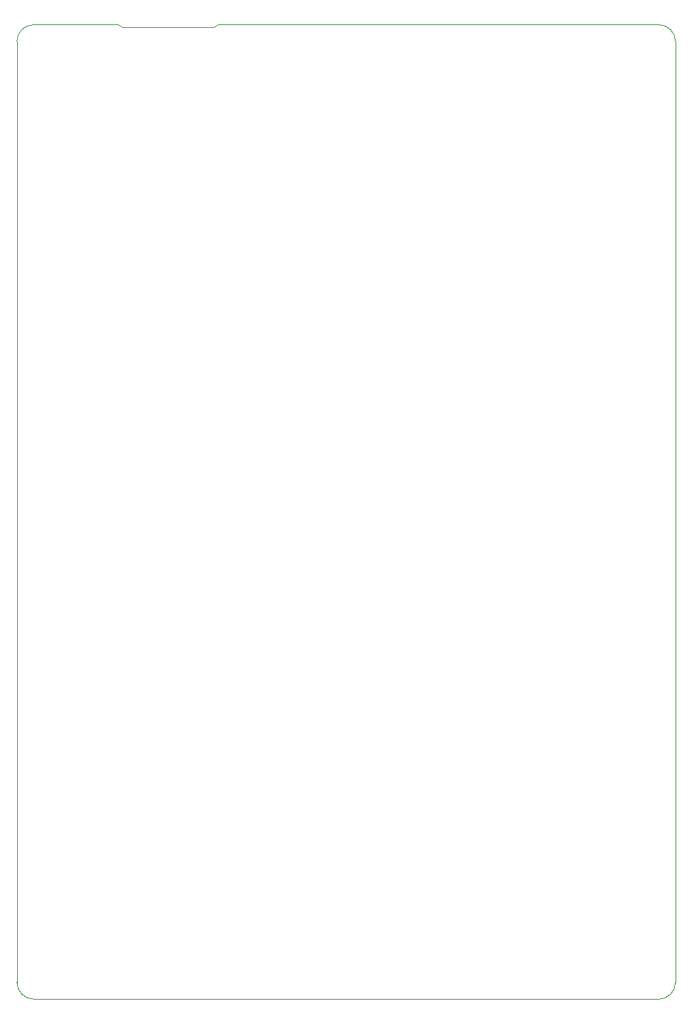
<source format=gbr>
%TF.GenerationSoftware,KiCad,Pcbnew,(5.99.0-9544-g366189b864)*%
%TF.CreationDate,2021-04-16T00:10:41-04:00*%
%TF.ProjectId,kipad,6b697061-642e-46b6-9963-61645f706362,A*%
%TF.SameCoordinates,Original*%
%TF.FileFunction,Profile,NP*%
%FSLAX46Y46*%
G04 Gerber Fmt 4.6, Leading zero omitted, Abs format (unit mm)*
G04 Created by KiCad (PCBNEW (5.99.0-9544-g366189b864)) date 2021-04-16 00:10:41*
%MOMM*%
%LPD*%
G01*
G04 APERTURE LIST*
%TA.AperFunction,Profile*%
%ADD10C,0.100000*%
%TD*%
G04 APERTURE END LIST*
D10*
X86800000Y-30600000D02*
X139000000Y-30614214D01*
X86300000Y-30900000D02*
X86800000Y-30600000D01*
X75500000Y-30900000D02*
X86300000Y-30900000D01*
X75000000Y-30600000D02*
X75500000Y-30900000D01*
X65000000Y-30614214D02*
X75000000Y-30600000D01*
X139000000Y-146000000D02*
X65000000Y-146000000D01*
X141000000Y-32614214D02*
X141000000Y-144000000D01*
X63000000Y-144000000D02*
X63000000Y-32614214D01*
X63000000Y-144000000D02*
G75*
G03*
X65000000Y-146000000I2000000J0D01*
G01*
X141000000Y-144000000D02*
G75*
G02*
X139000000Y-146000000I-2000000J0D01*
G01*
X139000000Y-30614214D02*
G75*
G02*
X141000000Y-32614214I0J-2000000D01*
G01*
X63000000Y-32614214D02*
G75*
G02*
X65000000Y-30614214I2000000J0D01*
G01*
M02*

</source>
